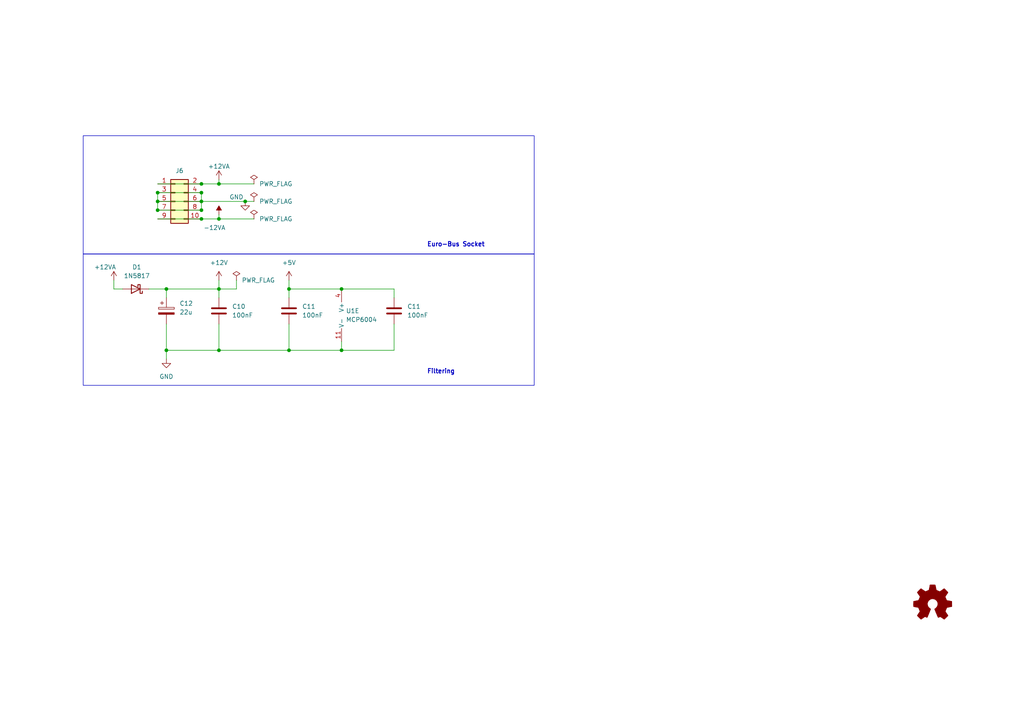
<source format=kicad_sch>
(kicad_sch (version 20230121) (generator eeschema)

  (uuid 27971fb6-2cd8-41b3-b26d-b815ae79df0d)

  (paper "A4")

  (title_block
    (title "LesScope")
    (date "2025-03-20")
    (rev "1.1")
    (company "ImoogDi")
    (comment 1 "CC BY-NC-SA")
  )

  (lib_symbols
    (symbol "Amplifier_Operational:MCP6004" (pin_names (offset 0.127)) (in_bom yes) (on_board yes)
      (property "Reference" "U" (at 0 5.08 0)
        (effects (font (size 1.27 1.27)) (justify left))
      )
      (property "Value" "MCP6004" (at 0 -5.08 0)
        (effects (font (size 1.27 1.27)) (justify left))
      )
      (property "Footprint" "" (at -1.27 2.54 0)
        (effects (font (size 1.27 1.27)) hide)
      )
      (property "Datasheet" "http://ww1.microchip.com/downloads/en/DeviceDoc/21733j.pdf" (at 1.27 5.08 0)
        (effects (font (size 1.27 1.27)) hide)
      )
      (property "ki_locked" "" (at 0 0 0)
        (effects (font (size 1.27 1.27)))
      )
      (property "ki_keywords" "quad opamp" (at 0 0 0)
        (effects (font (size 1.27 1.27)) hide)
      )
      (property "ki_description" "1MHz, Low-Power Op Amp, DIP-14/SOIC-14/TSSOP-14" (at 0 0 0)
        (effects (font (size 1.27 1.27)) hide)
      )
      (property "ki_fp_filters" "SOIC*3.9x8.7mm*P1.27mm* DIP*W7.62mm* TSSOP*4.4x5mm*P0.65mm* SSOP*5.3x6.2mm*P0.65mm* MSOP*3x3mm*P0.5mm*" (at 0 0 0)
        (effects (font (size 1.27 1.27)) hide)
      )
      (symbol "MCP6004_1_1"
        (polyline
          (pts
            (xy -5.08 5.08)
            (xy 5.08 0)
            (xy -5.08 -5.08)
            (xy -5.08 5.08)
          )
          (stroke (width 0.254) (type default))
          (fill (type background))
        )
        (pin output line (at 7.62 0 180) (length 2.54)
          (name "~" (effects (font (size 1.27 1.27))))
          (number "1" (effects (font (size 1.27 1.27))))
        )
        (pin input line (at -7.62 -2.54 0) (length 2.54)
          (name "-" (effects (font (size 1.27 1.27))))
          (number "2" (effects (font (size 1.27 1.27))))
        )
        (pin input line (at -7.62 2.54 0) (length 2.54)
          (name "+" (effects (font (size 1.27 1.27))))
          (number "3" (effects (font (size 1.27 1.27))))
        )
      )
      (symbol "MCP6004_2_1"
        (polyline
          (pts
            (xy -5.08 5.08)
            (xy 5.08 0)
            (xy -5.08 -5.08)
            (xy -5.08 5.08)
          )
          (stroke (width 0.254) (type default))
          (fill (type background))
        )
        (pin input line (at -7.62 2.54 0) (length 2.54)
          (name "+" (effects (font (size 1.27 1.27))))
          (number "5" (effects (font (size 1.27 1.27))))
        )
        (pin input line (at -7.62 -2.54 0) (length 2.54)
          (name "-" (effects (font (size 1.27 1.27))))
          (number "6" (effects (font (size 1.27 1.27))))
        )
        (pin output line (at 7.62 0 180) (length 2.54)
          (name "~" (effects (font (size 1.27 1.27))))
          (number "7" (effects (font (size 1.27 1.27))))
        )
      )
      (symbol "MCP6004_3_1"
        (polyline
          (pts
            (xy -5.08 5.08)
            (xy 5.08 0)
            (xy -5.08 -5.08)
            (xy -5.08 5.08)
          )
          (stroke (width 0.254) (type default))
          (fill (type background))
        )
        (pin input line (at -7.62 2.54 0) (length 2.54)
          (name "+" (effects (font (size 1.27 1.27))))
          (number "10" (effects (font (size 1.27 1.27))))
        )
        (pin output line (at 7.62 0 180) (length 2.54)
          (name "~" (effects (font (size 1.27 1.27))))
          (number "8" (effects (font (size 1.27 1.27))))
        )
        (pin input line (at -7.62 -2.54 0) (length 2.54)
          (name "-" (effects (font (size 1.27 1.27))))
          (number "9" (effects (font (size 1.27 1.27))))
        )
      )
      (symbol "MCP6004_4_1"
        (polyline
          (pts
            (xy -5.08 5.08)
            (xy 5.08 0)
            (xy -5.08 -5.08)
            (xy -5.08 5.08)
          )
          (stroke (width 0.254) (type default))
          (fill (type background))
        )
        (pin input line (at -7.62 2.54 0) (length 2.54)
          (name "+" (effects (font (size 1.27 1.27))))
          (number "12" (effects (font (size 1.27 1.27))))
        )
        (pin input line (at -7.62 -2.54 0) (length 2.54)
          (name "-" (effects (font (size 1.27 1.27))))
          (number "13" (effects (font (size 1.27 1.27))))
        )
        (pin output line (at 7.62 0 180) (length 2.54)
          (name "~" (effects (font (size 1.27 1.27))))
          (number "14" (effects (font (size 1.27 1.27))))
        )
      )
      (symbol "MCP6004_5_1"
        (pin power_in line (at -2.54 -7.62 90) (length 3.81)
          (name "V-" (effects (font (size 1.27 1.27))))
          (number "11" (effects (font (size 1.27 1.27))))
        )
        (pin power_in line (at -2.54 7.62 270) (length 3.81)
          (name "V+" (effects (font (size 1.27 1.27))))
          (number "4" (effects (font (size 1.27 1.27))))
        )
      )
    )
    (symbol "Connector_Generic:Conn_02x05_Odd_Even" (pin_names (offset 1.016) hide) (in_bom yes) (on_board yes)
      (property "Reference" "J" (at 1.27 7.62 0)
        (effects (font (size 1.27 1.27)))
      )
      (property "Value" "Conn_02x05_Odd_Even" (at 1.27 -7.62 0)
        (effects (font (size 1.27 1.27)))
      )
      (property "Footprint" "" (at 0 0 0)
        (effects (font (size 1.27 1.27)) hide)
      )
      (property "Datasheet" "~" (at 0 0 0)
        (effects (font (size 1.27 1.27)) hide)
      )
      (property "ki_keywords" "connector" (at 0 0 0)
        (effects (font (size 1.27 1.27)) hide)
      )
      (property "ki_description" "Generic connector, double row, 02x05, odd/even pin numbering scheme (row 1 odd numbers, row 2 even numbers), script generated (kicad-library-utils/schlib/autogen/connector/)" (at 0 0 0)
        (effects (font (size 1.27 1.27)) hide)
      )
      (property "ki_fp_filters" "Connector*:*_2x??_*" (at 0 0 0)
        (effects (font (size 1.27 1.27)) hide)
      )
      (symbol "Conn_02x05_Odd_Even_1_1"
        (rectangle (start -1.27 -4.953) (end 0 -5.207)
          (stroke (width 0.1524) (type default))
          (fill (type none))
        )
        (rectangle (start -1.27 -2.413) (end 0 -2.667)
          (stroke (width 0.1524) (type default))
          (fill (type none))
        )
        (rectangle (start -1.27 0.127) (end 0 -0.127)
          (stroke (width 0.1524) (type default))
          (fill (type none))
        )
        (rectangle (start -1.27 2.667) (end 0 2.413)
          (stroke (width 0.1524) (type default))
          (fill (type none))
        )
        (rectangle (start -1.27 5.207) (end 0 4.953)
          (stroke (width 0.1524) (type default))
          (fill (type none))
        )
        (rectangle (start -1.27 6.35) (end 3.81 -6.35)
          (stroke (width 0.254) (type default))
          (fill (type background))
        )
        (rectangle (start 3.81 -4.953) (end 2.54 -5.207)
          (stroke (width 0.1524) (type default))
          (fill (type none))
        )
        (rectangle (start 3.81 -2.413) (end 2.54 -2.667)
          (stroke (width 0.1524) (type default))
          (fill (type none))
        )
        (rectangle (start 3.81 0.127) (end 2.54 -0.127)
          (stroke (width 0.1524) (type default))
          (fill (type none))
        )
        (rectangle (start 3.81 2.667) (end 2.54 2.413)
          (stroke (width 0.1524) (type default))
          (fill (type none))
        )
        (rectangle (start 3.81 5.207) (end 2.54 4.953)
          (stroke (width 0.1524) (type default))
          (fill (type none))
        )
        (pin passive line (at -5.08 5.08 0) (length 3.81)
          (name "Pin_1" (effects (font (size 1.27 1.27))))
          (number "1" (effects (font (size 1.27 1.27))))
        )
        (pin passive line (at 7.62 -5.08 180) (length 3.81)
          (name "Pin_10" (effects (font (size 1.27 1.27))))
          (number "10" (effects (font (size 1.27 1.27))))
        )
        (pin passive line (at 7.62 5.08 180) (length 3.81)
          (name "Pin_2" (effects (font (size 1.27 1.27))))
          (number "2" (effects (font (size 1.27 1.27))))
        )
        (pin passive line (at -5.08 2.54 0) (length 3.81)
          (name "Pin_3" (effects (font (size 1.27 1.27))))
          (number "3" (effects (font (size 1.27 1.27))))
        )
        (pin passive line (at 7.62 2.54 180) (length 3.81)
          (name "Pin_4" (effects (font (size 1.27 1.27))))
          (number "4" (effects (font (size 1.27 1.27))))
        )
        (pin passive line (at -5.08 0 0) (length 3.81)
          (name "Pin_5" (effects (font (size 1.27 1.27))))
          (number "5" (effects (font (size 1.27 1.27))))
        )
        (pin passive line (at 7.62 0 180) (length 3.81)
          (name "Pin_6" (effects (font (size 1.27 1.27))))
          (number "6" (effects (font (size 1.27 1.27))))
        )
        (pin passive line (at -5.08 -2.54 0) (length 3.81)
          (name "Pin_7" (effects (font (size 1.27 1.27))))
          (number "7" (effects (font (size 1.27 1.27))))
        )
        (pin passive line (at 7.62 -2.54 180) (length 3.81)
          (name "Pin_8" (effects (font (size 1.27 1.27))))
          (number "8" (effects (font (size 1.27 1.27))))
        )
        (pin passive line (at -5.08 -5.08 0) (length 3.81)
          (name "Pin_9" (effects (font (size 1.27 1.27))))
          (number "9" (effects (font (size 1.27 1.27))))
        )
      )
    )
    (symbol "Diode:1N5817" (pin_numbers hide) (pin_names (offset 1.016) hide) (in_bom yes) (on_board yes)
      (property "Reference" "D" (at 0 2.54 0)
        (effects (font (size 1.27 1.27)))
      )
      (property "Value" "1N5817" (at 0 -2.54 0)
        (effects (font (size 1.27 1.27)))
      )
      (property "Footprint" "Diode_THT:D_DO-41_SOD81_P10.16mm_Horizontal" (at 0 -4.445 0)
        (effects (font (size 1.27 1.27)) hide)
      )
      (property "Datasheet" "http://www.vishay.com/docs/88525/1n5817.pdf" (at 0 0 0)
        (effects (font (size 1.27 1.27)) hide)
      )
      (property "ki_keywords" "diode Schottky" (at 0 0 0)
        (effects (font (size 1.27 1.27)) hide)
      )
      (property "ki_description" "20V 1A Schottky Barrier Rectifier Diode, DO-41" (at 0 0 0)
        (effects (font (size 1.27 1.27)) hide)
      )
      (property "ki_fp_filters" "D*DO?41*" (at 0 0 0)
        (effects (font (size 1.27 1.27)) hide)
      )
      (symbol "1N5817_0_1"
        (polyline
          (pts
            (xy 1.27 0)
            (xy -1.27 0)
          )
          (stroke (width 0) (type default))
          (fill (type none))
        )
        (polyline
          (pts
            (xy 1.27 1.27)
            (xy 1.27 -1.27)
            (xy -1.27 0)
            (xy 1.27 1.27)
          )
          (stroke (width 0.254) (type default))
          (fill (type none))
        )
        (polyline
          (pts
            (xy -1.905 0.635)
            (xy -1.905 1.27)
            (xy -1.27 1.27)
            (xy -1.27 -1.27)
            (xy -0.635 -1.27)
            (xy -0.635 -0.635)
          )
          (stroke (width 0.254) (type default))
          (fill (type none))
        )
      )
      (symbol "1N5817_1_1"
        (pin passive line (at -3.81 0 0) (length 2.54)
          (name "K" (effects (font (size 1.27 1.27))))
          (number "1" (effects (font (size 1.27 1.27))))
        )
        (pin passive line (at 3.81 0 180) (length 2.54)
          (name "A" (effects (font (size 1.27 1.27))))
          (number "2" (effects (font (size 1.27 1.27))))
        )
      )
    )
    (symbol "Graphic:Logo_Open_Hardware_Small" (in_bom no) (on_board no)
      (property "Reference" "#SYM" (at 0 6.985 0)
        (effects (font (size 1.27 1.27)) hide)
      )
      (property "Value" "Logo_Open_Hardware_Small" (at 0 -5.715 0)
        (effects (font (size 1.27 1.27)) hide)
      )
      (property "Footprint" "" (at 0 0 0)
        (effects (font (size 1.27 1.27)) hide)
      )
      (property "Datasheet" "~" (at 0 0 0)
        (effects (font (size 1.27 1.27)) hide)
      )
      (property "Sim.Enable" "0" (at 0 0 0)
        (effects (font (size 1.27 1.27)) hide)
      )
      (property "ki_keywords" "Logo" (at 0 0 0)
        (effects (font (size 1.27 1.27)) hide)
      )
      (property "ki_description" "Open Hardware logo, small" (at 0 0 0)
        (effects (font (size 1.27 1.27)) hide)
      )
      (symbol "Logo_Open_Hardware_Small_0_1"
        (polyline
          (pts
            (xy 3.3528 -4.3434)
            (xy 3.302 -4.318)
            (xy 3.175 -4.2418)
            (xy 2.9972 -4.1148)
            (xy 2.7686 -3.9624)
            (xy 2.54 -3.81)
            (xy 2.3622 -3.7084)
            (xy 2.2352 -3.6068)
            (xy 2.1844 -3.5814)
            (xy 2.159 -3.6068)
            (xy 2.0574 -3.6576)
            (xy 1.905 -3.7338)
            (xy 1.8034 -3.7846)
            (xy 1.6764 -3.8354)
            (xy 1.6002 -3.8354)
            (xy 1.6002 -3.8354)
            (xy 1.5494 -3.7338)
            (xy 1.4732 -3.5306)
            (xy 1.3462 -3.302)
            (xy 1.2446 -3.0226)
            (xy 1.1176 -2.7178)
            (xy 0.9652 -2.413)
            (xy 0.8636 -2.1082)
            (xy 0.7366 -1.8288)
            (xy 0.6604 -1.6256)
            (xy 0.6096 -1.4732)
            (xy 0.5842 -1.397)
            (xy 0.5842 -1.397)
            (xy 0.6604 -1.3208)
            (xy 0.7874 -1.2446)
            (xy 1.0414 -1.016)
            (xy 1.2954 -0.6858)
            (xy 1.4478 -0.3302)
            (xy 1.524 0.0762)
            (xy 1.4732 0.4572)
            (xy 1.3208 0.8128)
            (xy 1.0668 1.143)
            (xy 0.762 1.3716)
            (xy 0.4064 1.524)
            (xy 0 1.5748)
            (xy -0.381 1.5494)
            (xy -0.7366 1.397)
            (xy -1.0668 1.143)
            (xy -1.2192 0.9906)
            (xy -1.397 0.6604)
            (xy -1.524 0.3048)
            (xy -1.524 0.2286)
            (xy -1.4986 -0.1778)
            (xy -1.397 -0.5334)
            (xy -1.1938 -0.8636)
            (xy -0.9144 -1.143)
            (xy -0.8636 -1.1684)
            (xy -0.7366 -1.27)
            (xy -0.635 -1.3462)
            (xy -0.5842 -1.397)
            (xy -1.0668 -2.5908)
            (xy -1.143 -2.794)
            (xy -1.2954 -3.1242)
            (xy -1.397 -3.4036)
            (xy -1.4986 -3.6322)
            (xy -1.5748 -3.7846)
            (xy -1.6002 -3.8354)
            (xy -1.6002 -3.8354)
            (xy -1.651 -3.8354)
            (xy -1.7272 -3.81)
            (xy -1.905 -3.7338)
            (xy -2.0066 -3.683)
            (xy -2.1336 -3.6068)
            (xy -2.2098 -3.5814)
            (xy -2.2606 -3.6068)
            (xy -2.3622 -3.683)
            (xy -2.54 -3.81)
            (xy -2.7686 -3.9624)
            (xy -2.9718 -4.0894)
            (xy -3.1496 -4.2164)
            (xy -3.302 -4.318)
            (xy -3.3528 -4.3434)
            (xy -3.3782 -4.3434)
            (xy -3.429 -4.318)
            (xy -3.5306 -4.2164)
            (xy -3.7084 -4.064)
            (xy -3.937 -3.8354)
            (xy -3.9624 -3.81)
            (xy -4.1656 -3.6068)
            (xy -4.318 -3.4544)
            (xy -4.4196 -3.3274)
            (xy -4.445 -3.2766)
            (xy -4.445 -3.2766)
            (xy -4.4196 -3.2258)
            (xy -4.318 -3.0734)
            (xy -4.2164 -2.8956)
            (xy -4.064 -2.667)
            (xy -3.6576 -2.0828)
            (xy -3.8862 -1.5494)
            (xy -3.937 -1.3716)
            (xy -4.0386 -1.1684)
            (xy -4.0894 -1.0414)
            (xy -4.1148 -0.9652)
            (xy -4.191 -0.9398)
            (xy -4.318 -0.9144)
            (xy -4.5466 -0.8636)
            (xy -4.8006 -0.8128)
            (xy -5.0546 -0.7874)
            (xy -5.2578 -0.7366)
            (xy -5.4356 -0.7112)
            (xy -5.5118 -0.6858)
            (xy -5.5118 -0.6858)
            (xy -5.5372 -0.635)
            (xy -5.5372 -0.5588)
            (xy -5.5372 -0.4318)
            (xy -5.5626 -0.2286)
            (xy -5.5626 0.0762)
            (xy -5.5626 0.127)
            (xy -5.5372 0.4064)
            (xy -5.5372 0.635)
            (xy -5.5372 0.762)
            (xy -5.5372 0.8382)
            (xy -5.5372 0.8382)
            (xy -5.461 0.8382)
            (xy -5.3086 0.889)
            (xy -5.08 0.9144)
            (xy -4.826 0.9652)
            (xy -4.8006 0.9906)
            (xy -4.5466 1.0414)
            (xy -4.318 1.0668)
            (xy -4.1656 1.1176)
            (xy -4.0894 1.143)
            (xy -4.0894 1.143)
            (xy -4.0386 1.2446)
            (xy -3.9624 1.4224)
            (xy -3.8608 1.6256)
            (xy -3.7846 1.8288)
            (xy -3.7084 2.0066)
            (xy -3.6576 2.159)
            (xy -3.6322 2.2098)
            (xy -3.6322 2.2098)
            (xy -3.683 2.286)
            (xy -3.7592 2.413)
            (xy -3.8862 2.5908)
            (xy -4.064 2.8194)
            (xy -4.064 2.8448)
            (xy -4.2164 3.0734)
            (xy -4.3434 3.2512)
            (xy -4.4196 3.3782)
            (xy -4.445 3.4544)
            (xy -4.445 3.4544)
            (xy -4.3942 3.5052)
            (xy -4.2926 3.6322)
            (xy -4.1148 3.81)
            (xy -3.937 4.0132)
            (xy -3.8608 4.064)
            (xy -3.6576 4.2926)
            (xy -3.5052 4.4196)
            (xy -3.4036 4.4958)
            (xy -3.3528 4.5212)
            (xy -3.3528 4.5212)
            (xy -3.302 4.4704)
            (xy -3.1496 4.3688)
            (xy -2.9718 4.2418)
            (xy -2.7432 4.0894)
            (xy -2.7178 4.0894)
            (xy -2.4892 3.937)
            (xy -2.3114 3.81)
            (xy -2.1844 3.7084)
            (xy -2.1336 3.683)
            (xy -2.1082 3.683)
            (xy -2.032 3.7084)
            (xy -1.8542 3.7592)
            (xy -1.6764 3.8354)
            (xy -1.4732 3.937)
            (xy -1.27 4.0132)
            (xy -1.143 4.064)
            (xy -1.0668 4.1148)
            (xy -1.0668 4.1148)
            (xy -1.0414 4.191)
            (xy -1.016 4.3434)
            (xy -0.9652 4.572)
            (xy -0.9144 4.8514)
            (xy -0.889 4.9022)
            (xy -0.8382 5.1562)
            (xy -0.8128 5.3848)
            (xy -0.7874 5.5372)
            (xy -0.762 5.588)
            (xy -0.7112 5.6134)
            (xy -0.5842 5.6134)
            (xy -0.4064 5.6134)
            (xy -0.1524 5.6134)
            (xy 0.0762 5.6134)
            (xy 0.3302 5.6134)
            (xy 0.5334 5.6134)
            (xy 0.6858 5.588)
            (xy 0.7366 5.588)
            (xy 0.7366 5.588)
            (xy 0.762 5.5118)
            (xy 0.8128 5.334)
            (xy 0.8382 5.1054)
            (xy 0.9144 4.826)
            (xy 0.9144 4.7752)
            (xy 0.9652 4.5212)
            (xy 1.016 4.2926)
            (xy 1.0414 4.1402)
            (xy 1.0668 4.0894)
            (xy 1.0668 4.0894)
            (xy 1.1938 4.0386)
            (xy 1.3716 3.9624)
            (xy 1.5748 3.8608)
            (xy 2.0828 3.6576)
            (xy 2.7178 4.0894)
            (xy 2.7686 4.1402)
            (xy 2.9972 4.2926)
            (xy 3.175 4.4196)
            (xy 3.302 4.4958)
            (xy 3.3782 4.5212)
            (xy 3.3782 4.5212)
            (xy 3.429 4.4704)
            (xy 3.556 4.3434)
            (xy 3.7338 4.191)
            (xy 3.9116 3.9878)
            (xy 4.064 3.8354)
            (xy 4.2418 3.6576)
            (xy 4.3434 3.556)
            (xy 4.4196 3.4798)
            (xy 4.4196 3.429)
            (xy 4.4196 3.4036)
            (xy 4.3942 3.3274)
            (xy 4.2926 3.2004)
            (xy 4.1656 2.9972)
            (xy 4.0132 2.794)
            (xy 3.8862 2.5908)
            (xy 3.7592 2.3876)
            (xy 3.6576 2.2352)
            (xy 3.6322 2.159)
            (xy 3.6322 2.1336)
            (xy 3.683 2.0066)
            (xy 3.7592 1.8288)
            (xy 3.8608 1.6002)
            (xy 4.064 1.1176)
            (xy 4.3942 1.0414)
            (xy 4.5974 1.016)
            (xy 4.8768 0.9652)
            (xy 5.1308 0.9144)
            (xy 5.5372 0.8382)
            (xy 5.5626 -0.6604)
            (xy 5.4864 -0.6858)
            (xy 5.4356 -0.6858)
            (xy 5.2832 -0.7366)
            (xy 5.0546 -0.762)
            (xy 4.8006 -0.8128)
            (xy 4.5974 -0.8636)
            (xy 4.3688 -0.9144)
            (xy 4.2164 -0.9398)
            (xy 4.1402 -0.9398)
            (xy 4.1148 -0.9652)
            (xy 4.064 -1.0668)
            (xy 3.9878 -1.2446)
            (xy 3.9116 -1.4478)
            (xy 3.81 -1.651)
            (xy 3.7338 -1.8542)
            (xy 3.683 -2.0066)
            (xy 3.6576 -2.0828)
            (xy 3.683 -2.1336)
            (xy 3.7846 -2.2606)
            (xy 3.8862 -2.4638)
            (xy 4.0386 -2.667)
            (xy 4.191 -2.8956)
            (xy 4.318 -3.0734)
            (xy 4.3942 -3.2004)
            (xy 4.445 -3.2766)
            (xy 4.4196 -3.3274)
            (xy 4.3434 -3.429)
            (xy 4.1656 -3.5814)
            (xy 3.937 -3.8354)
            (xy 3.8862 -3.8608)
            (xy 3.683 -4.064)
            (xy 3.5306 -4.2164)
            (xy 3.4036 -4.318)
            (xy 3.3528 -4.3434)
          )
          (stroke (width 0) (type default))
          (fill (type outline))
        )
      )
    )
    (symbol "Library:C" (pin_numbers hide) (pin_names (offset 0.254)) (in_bom yes) (on_board yes)
      (property "Reference" "C" (at 0.635 2.54 0)
        (effects (font (size 1.27 1.27)) (justify left))
      )
      (property "Value" "C" (at 0.635 -2.54 0)
        (effects (font (size 1.27 1.27)) (justify left))
      )
      (property "Footprint" "" (at 0.9652 -3.81 0)
        (effects (font (size 1.27 1.27)) hide)
      )
      (property "Datasheet" "~" (at 0 0 0)
        (effects (font (size 1.27 1.27)) hide)
      )
      (property "ki_keywords" "cap capacitor" (at 0 0 0)
        (effects (font (size 1.27 1.27)) hide)
      )
      (property "ki_description" "Unpolarized capacitor" (at 0 0 0)
        (effects (font (size 1.27 1.27)) hide)
      )
      (property "ki_fp_filters" "C_*" (at 0 0 0)
        (effects (font (size 1.27 1.27)) hide)
      )
      (symbol "C_0_1"
        (polyline
          (pts
            (xy -2.032 -0.762)
            (xy 2.032 -0.762)
          )
          (stroke (width 0.508) (type default))
          (fill (type none))
        )
        (polyline
          (pts
            (xy -2.032 0.762)
            (xy 2.032 0.762)
          )
          (stroke (width 0.508) (type default))
          (fill (type none))
        )
      )
      (symbol "C_1_1"
        (pin passive line (at 0 3.81 270) (length 2.794)
          (name "~" (effects (font (size 1.27 1.27))))
          (number "1" (effects (font (size 1.27 1.27))))
        )
        (pin passive line (at 0 -3.81 90) (length 2.794)
          (name "~" (effects (font (size 1.27 1.27))))
          (number "2" (effects (font (size 1.27 1.27))))
        )
      )
    )
    (symbol "Library:C_Polarized" (pin_numbers hide) (pin_names (offset 0.254)) (in_bom yes) (on_board yes)
      (property "Reference" "C" (at 0.635 2.54 0)
        (effects (font (size 1.27 1.27)) (justify left))
      )
      (property "Value" "C_Polarized" (at 0.635 -2.54 0)
        (effects (font (size 1.27 1.27)) (justify left))
      )
      (property "Footprint" "" (at 0.9652 -3.81 0)
        (effects (font (size 1.27 1.27)) hide)
      )
      (property "Datasheet" "~" (at 0 0 0)
        (effects (font (size 1.27 1.27)) hide)
      )
      (property "ki_keywords" "cap capacitor" (at 0 0 0)
        (effects (font (size 1.27 1.27)) hide)
      )
      (property "ki_description" "Polarized capacitor" (at 0 0 0)
        (effects (font (size 1.27 1.27)) hide)
      )
      (property "ki_fp_filters" "CP_*" (at 0 0 0)
        (effects (font (size 1.27 1.27)) hide)
      )
      (symbol "C_Polarized_0_1"
        (rectangle (start -2.286 0.508) (end 2.286 1.016)
          (stroke (width 0) (type default))
          (fill (type none))
        )
        (polyline
          (pts
            (xy -1.778 2.286)
            (xy -0.762 2.286)
          )
          (stroke (width 0) (type default))
          (fill (type none))
        )
        (polyline
          (pts
            (xy -1.27 2.794)
            (xy -1.27 1.778)
          )
          (stroke (width 0) (type default))
          (fill (type none))
        )
        (rectangle (start 2.286 -0.508) (end -2.286 -1.016)
          (stroke (width 0) (type default))
          (fill (type outline))
        )
      )
      (symbol "C_Polarized_1_1"
        (pin passive line (at 0 3.81 270) (length 2.794)
          (name "~" (effects (font (size 1.27 1.27))))
          (number "1" (effects (font (size 1.27 1.27))))
        )
        (pin passive line (at 0 -3.81 90) (length 2.794)
          (name "~" (effects (font (size 1.27 1.27))))
          (number "2" (effects (font (size 1.27 1.27))))
        )
      )
    )
    (symbol "power:+12V" (power) (pin_names (offset 0)) (in_bom yes) (on_board yes)
      (property "Reference" "#PWR" (at 0 -3.81 0)
        (effects (font (size 1.27 1.27)) hide)
      )
      (property "Value" "+12V" (at 0 3.556 0)
        (effects (font (size 1.27 1.27)))
      )
      (property "Footprint" "" (at 0 0 0)
        (effects (font (size 1.27 1.27)) hide)
      )
      (property "Datasheet" "" (at 0 0 0)
        (effects (font (size 1.27 1.27)) hide)
      )
      (property "ki_keywords" "global power" (at 0 0 0)
        (effects (font (size 1.27 1.27)) hide)
      )
      (property "ki_description" "Power symbol creates a global label with name \"+12V\"" (at 0 0 0)
        (effects (font (size 1.27 1.27)) hide)
      )
      (symbol "+12V_0_1"
        (polyline
          (pts
            (xy -0.762 1.27)
            (xy 0 2.54)
          )
          (stroke (width 0) (type default))
          (fill (type none))
        )
        (polyline
          (pts
            (xy 0 0)
            (xy 0 2.54)
          )
          (stroke (width 0) (type default))
          (fill (type none))
        )
        (polyline
          (pts
            (xy 0 2.54)
            (xy 0.762 1.27)
          )
          (stroke (width 0) (type default))
          (fill (type none))
        )
      )
      (symbol "+12V_1_1"
        (pin power_in line (at 0 0 90) (length 0) hide
          (name "+12V" (effects (font (size 1.27 1.27))))
          (number "1" (effects (font (size 1.27 1.27))))
        )
      )
    )
    (symbol "power:+12VA" (power) (pin_names (offset 0)) (in_bom yes) (on_board yes)
      (property "Reference" "#PWR" (at 0 -3.81 0)
        (effects (font (size 1.27 1.27)) hide)
      )
      (property "Value" "+12VA" (at 0 3.556 0)
        (effects (font (size 1.27 1.27)))
      )
      (property "Footprint" "" (at 0 0 0)
        (effects (font (size 1.27 1.27)) hide)
      )
      (property "Datasheet" "" (at 0 0 0)
        (effects (font (size 1.27 1.27)) hide)
      )
      (property "ki_keywords" "global power" (at 0 0 0)
        (effects (font (size 1.27 1.27)) hide)
      )
      (property "ki_description" "Power symbol creates a global label with name \"+12VA\"" (at 0 0 0)
        (effects (font (size 1.27 1.27)) hide)
      )
      (symbol "+12VA_0_1"
        (polyline
          (pts
            (xy -0.762 1.27)
            (xy 0 2.54)
          )
          (stroke (width 0) (type default))
          (fill (type none))
        )
        (polyline
          (pts
            (xy 0 0)
            (xy 0 2.54)
          )
          (stroke (width 0) (type default))
          (fill (type none))
        )
        (polyline
          (pts
            (xy 0 2.54)
            (xy 0.762 1.27)
          )
          (stroke (width 0) (type default))
          (fill (type none))
        )
      )
      (symbol "+12VA_1_1"
        (pin power_in line (at 0 0 90) (length 0) hide
          (name "+12VA" (effects (font (size 1.27 1.27))))
          (number "1" (effects (font (size 1.27 1.27))))
        )
      )
    )
    (symbol "power:+5V" (power) (pin_names (offset 0)) (in_bom yes) (on_board yes)
      (property "Reference" "#PWR" (at 0 -3.81 0)
        (effects (font (size 1.27 1.27)) hide)
      )
      (property "Value" "+5V" (at 0 3.556 0)
        (effects (font (size 1.27 1.27)))
      )
      (property "Footprint" "" (at 0 0 0)
        (effects (font (size 1.27 1.27)) hide)
      )
      (property "Datasheet" "" (at 0 0 0)
        (effects (font (size 1.27 1.27)) hide)
      )
      (property "ki_keywords" "global power" (at 0 0 0)
        (effects (font (size 1.27 1.27)) hide)
      )
      (property "ki_description" "Power symbol creates a global label with name \"+5V\"" (at 0 0 0)
        (effects (font (size 1.27 1.27)) hide)
      )
      (symbol "+5V_0_1"
        (polyline
          (pts
            (xy -0.762 1.27)
            (xy 0 2.54)
          )
          (stroke (width 0) (type default))
          (fill (type none))
        )
        (polyline
          (pts
            (xy 0 0)
            (xy 0 2.54)
          )
          (stroke (width 0) (type default))
          (fill (type none))
        )
        (polyline
          (pts
            (xy 0 2.54)
            (xy 0.762 1.27)
          )
          (stroke (width 0) (type default))
          (fill (type none))
        )
      )
      (symbol "+5V_1_1"
        (pin power_in line (at 0 0 90) (length 0) hide
          (name "+5V" (effects (font (size 1.27 1.27))))
          (number "1" (effects (font (size 1.27 1.27))))
        )
      )
    )
    (symbol "power:-12VA" (power) (pin_names (offset 0)) (in_bom yes) (on_board yes)
      (property "Reference" "#PWR" (at 0 -3.81 0)
        (effects (font (size 1.27 1.27)) hide)
      )
      (property "Value" "-12VA" (at 0 3.556 0)
        (effects (font (size 1.27 1.27)))
      )
      (property "Footprint" "" (at 0 0 0)
        (effects (font (size 1.27 1.27)) hide)
      )
      (property "Datasheet" "" (at 0 0 0)
        (effects (font (size 1.27 1.27)) hide)
      )
      (property "ki_keywords" "global power" (at 0 0 0)
        (effects (font (size 1.27 1.27)) hide)
      )
      (property "ki_description" "Power symbol creates a global label with name \"-12VA\"" (at 0 0 0)
        (effects (font (size 1.27 1.27)) hide)
      )
      (symbol "-12VA_0_0"
        (pin power_in line (at 0 0 90) (length 0) hide
          (name "-12VA" (effects (font (size 1.27 1.27))))
          (number "1" (effects (font (size 1.27 1.27))))
        )
      )
      (symbol "-12VA_0_1"
        (polyline
          (pts
            (xy 0 0)
            (xy 0 1.27)
            (xy 0.762 1.27)
            (xy 0 2.54)
            (xy -0.762 1.27)
            (xy 0 1.27)
          )
          (stroke (width 0) (type default))
          (fill (type outline))
        )
      )
    )
    (symbol "power:GND" (power) (pin_names (offset 0)) (in_bom yes) (on_board yes)
      (property "Reference" "#PWR" (at 0 -6.35 0)
        (effects (font (size 1.27 1.27)) hide)
      )
      (property "Value" "GND" (at 0 -3.81 0)
        (effects (font (size 1.27 1.27)))
      )
      (property "Footprint" "" (at 0 0 0)
        (effects (font (size 1.27 1.27)) hide)
      )
      (property "Datasheet" "" (at 0 0 0)
        (effects (font (size 1.27 1.27)) hide)
      )
      (property "ki_keywords" "global power" (at 0 0 0)
        (effects (font (size 1.27 1.27)) hide)
      )
      (property "ki_description" "Power symbol creates a global label with name \"GND\" , ground" (at 0 0 0)
        (effects (font (size 1.27 1.27)) hide)
      )
      (symbol "GND_0_1"
        (polyline
          (pts
            (xy 0 0)
            (xy 0 -1.27)
            (xy 1.27 -1.27)
            (xy 0 -2.54)
            (xy -1.27 -1.27)
            (xy 0 -1.27)
          )
          (stroke (width 0) (type default))
          (fill (type none))
        )
      )
      (symbol "GND_1_1"
        (pin power_in line (at 0 0 270) (length 0) hide
          (name "GND" (effects (font (size 1.27 1.27))))
          (number "1" (effects (font (size 1.27 1.27))))
        )
      )
    )
    (symbol "power:PWR_FLAG" (power) (pin_numbers hide) (pin_names (offset 0) hide) (in_bom yes) (on_board yes)
      (property "Reference" "#FLG" (at 0 1.905 0)
        (effects (font (size 1.27 1.27)) hide)
      )
      (property "Value" "PWR_FLAG" (at 0 3.81 0)
        (effects (font (size 1.27 1.27)))
      )
      (property "Footprint" "" (at 0 0 0)
        (effects (font (size 1.27 1.27)) hide)
      )
      (property "Datasheet" "~" (at 0 0 0)
        (effects (font (size 1.27 1.27)) hide)
      )
      (property "ki_keywords" "flag power" (at 0 0 0)
        (effects (font (size 1.27 1.27)) hide)
      )
      (property "ki_description" "Special symbol for telling ERC where power comes from" (at 0 0 0)
        (effects (font (size 1.27 1.27)) hide)
      )
      (symbol "PWR_FLAG_0_0"
        (pin power_out line (at 0 0 90) (length 0)
          (name "pwr" (effects (font (size 1.27 1.27))))
          (number "1" (effects (font (size 1.27 1.27))))
        )
      )
      (symbol "PWR_FLAG_0_1"
        (polyline
          (pts
            (xy 0 0)
            (xy 0 1.27)
            (xy -1.016 1.905)
            (xy 0 2.54)
            (xy 1.016 1.905)
            (xy 0 1.27)
          )
          (stroke (width 0) (type default))
          (fill (type none))
        )
      )
    )
  )

  (junction (at 83.82 83.82) (diameter 0) (color 0 0 0 0)
    (uuid 0317f31f-a789-45d4-8118-c9b6b81c905d)
  )
  (junction (at 48.26 83.82) (diameter 0) (color 0 0 0 0)
    (uuid 0ad6aeb9-ed05-470f-b424-5f0f0bf9466b)
  )
  (junction (at 63.5 101.6) (diameter 0) (color 0 0 0 0)
    (uuid 16c58dba-f6af-4348-a74a-e76725bbbfd3)
  )
  (junction (at 63.5 63.5) (diameter 0) (color 0 0 0 0)
    (uuid 21010774-3620-4be0-aab4-2799970a26e5)
  )
  (junction (at 45.72 58.42) (diameter 0) (color 0 0 0 0)
    (uuid 3918bf3e-3088-402b-92cd-7fdcb9aa442b)
  )
  (junction (at 83.82 101.6) (diameter 0) (color 0 0 0 0)
    (uuid 46bc1bdd-34de-44cc-a24e-b81da0d3f029)
  )
  (junction (at 48.26 101.6) (diameter 0) (color 0 0 0 0)
    (uuid 53f93b82-7951-46b8-ba10-1bb23ffa1a94)
  )
  (junction (at 58.42 53.34) (diameter 0) (color 0 0 0 0)
    (uuid 5841e65b-569f-40b1-9727-50b62f4c2082)
  )
  (junction (at 63.5 83.82) (diameter 0) (color 0 0 0 0)
    (uuid 5c6c65ce-73c9-4f0a-80b0-f27ed6afa6b4)
  )
  (junction (at 45.72 55.88) (diameter 0) (color 0 0 0 0)
    (uuid 69ae3db3-add3-42c2-b271-956f66db9a18)
  )
  (junction (at 58.42 63.5) (diameter 0) (color 0 0 0 0)
    (uuid 789e92d9-6c01-4e59-abdd-3199c43cf302)
  )
  (junction (at 58.42 58.42) (diameter 0) (color 0 0 0 0)
    (uuid a9b67d4e-89ac-4575-b9b1-f18bfd584d51)
  )
  (junction (at 45.72 60.96) (diameter 0) (color 0 0 0 0)
    (uuid ae1eae02-b09e-4853-8a43-7e424482f5e0)
  )
  (junction (at 58.42 55.88) (diameter 0) (color 0 0 0 0)
    (uuid b0a28abc-f217-4da5-930d-572cd5828c7f)
  )
  (junction (at 99.06 101.6) (diameter 0) (color 0 0 0 0)
    (uuid b2a7b548-db61-4a54-aa86-9df2a5708658)
  )
  (junction (at 99.06 83.82) (diameter 0) (color 0 0 0 0)
    (uuid b8970088-12e3-4d8e-b3d3-15df59181d4e)
  )
  (junction (at 63.5 53.34) (diameter 0) (color 0 0 0 0)
    (uuid dd5ba3ec-2620-4aa7-85fe-1b9154fe7b63)
  )
  (junction (at 58.42 60.96) (diameter 0) (color 0 0 0 0)
    (uuid dfc2f773-57f5-4563-88b6-2f430bd8accd)
  )
  (junction (at 71.12 58.42) (diameter 0) (color 0 0 0 0)
    (uuid fe931b76-c553-49bc-b948-ce19f64f2f43)
  )

  (wire (pts (xy 48.26 83.82) (xy 63.5 83.82))
    (stroke (width 0) (type default))
    (uuid 08051d43-3c46-4780-b0ce-dc8361dd241f)
  )
  (wire (pts (xy 68.58 81.28) (xy 68.58 83.82))
    (stroke (width 0) (type default))
    (uuid 09008412-cbc2-4de0-afe5-24b3421ef7c4)
  )
  (wire (pts (xy 99.06 99.06) (xy 99.06 101.6))
    (stroke (width 0) (type default))
    (uuid 0ee80a2f-b57c-4dac-882e-bd847581f4d0)
  )
  (wire (pts (xy 99.06 101.6) (xy 114.3 101.6))
    (stroke (width 0) (type default))
    (uuid 116ad346-0ff7-4c04-8fa2-9e72c1fbeab4)
  )
  (wire (pts (xy 48.26 101.6) (xy 48.26 104.14))
    (stroke (width 0) (type default))
    (uuid 14f6956e-2134-4f4a-ba3f-4327336ee0d4)
  )
  (wire (pts (xy 63.5 83.82) (xy 68.58 83.82))
    (stroke (width 0) (type default))
    (uuid 154d5dcf-6cd3-4e77-83fb-f593dc05f44f)
  )
  (wire (pts (xy 45.72 58.42) (xy 45.72 60.96))
    (stroke (width 0) (type default))
    (uuid 1f316d4a-7814-400e-9dac-0ebba67a0749)
  )
  (wire (pts (xy 99.06 83.82) (xy 114.3 83.82))
    (stroke (width 0) (type default))
    (uuid 2ef5984e-16ef-4fa7-9dc3-8b05f7d46b76)
  )
  (wire (pts (xy 83.82 81.28) (xy 83.82 83.82))
    (stroke (width 0) (type default))
    (uuid 3c9e94d0-7ab1-4c69-8ce2-1cc6c7973a13)
  )
  (wire (pts (xy 63.5 53.34) (xy 73.66 53.34))
    (stroke (width 0) (type default))
    (uuid 3d6c8ac3-085f-4001-9146-6a022a6c1772)
  )
  (wire (pts (xy 58.42 55.88) (xy 58.42 58.42))
    (stroke (width 0) (type default))
    (uuid 43f4840d-009e-4efa-a6ce-b3da7456f9ce)
  )
  (wire (pts (xy 114.3 93.98) (xy 114.3 101.6))
    (stroke (width 0) (type default))
    (uuid 4cb11932-3c71-428a-bece-9f5a7db3331f)
  )
  (wire (pts (xy 63.5 52.07) (xy 63.5 53.34))
    (stroke (width 0) (type default))
    (uuid 5861353b-f416-4bb9-8df0-8f696efd279d)
  )
  (wire (pts (xy 63.5 93.98) (xy 63.5 101.6))
    (stroke (width 0) (type default))
    (uuid 6287a981-d3f4-4e4e-b7af-498faa5c9510)
  )
  (wire (pts (xy 45.72 53.34) (xy 58.42 53.34))
    (stroke (width 0) (type default))
    (uuid 66ae8e9e-43b7-41ad-abb7-7933a95b39c9)
  )
  (wire (pts (xy 58.42 53.34) (xy 63.5 53.34))
    (stroke (width 0) (type default))
    (uuid 67eca1ae-e226-4bc2-9a8c-c32d308e5b54)
  )
  (wire (pts (xy 43.18 83.82) (xy 48.26 83.82))
    (stroke (width 0) (type default))
    (uuid 69869e06-bc85-4560-b9ca-418509f890e2)
  )
  (wire (pts (xy 45.72 63.5) (xy 58.42 63.5))
    (stroke (width 0) (type default))
    (uuid 6a470de7-da65-486d-bea6-8a3d3596c6a0)
  )
  (wire (pts (xy 63.5 101.6) (xy 83.82 101.6))
    (stroke (width 0) (type default))
    (uuid 6ae15007-ba15-43b7-a4be-9709516fd822)
  )
  (wire (pts (xy 83.82 83.82) (xy 99.06 83.82))
    (stroke (width 0) (type default))
    (uuid 6e91507b-5066-4dfb-8b83-5e0090240024)
  )
  (wire (pts (xy 63.5 62.23) (xy 63.5 63.5))
    (stroke (width 0) (type default))
    (uuid 6f02a3ed-5bb1-4e22-b71c-c01d5904c365)
  )
  (wire (pts (xy 58.42 58.42) (xy 71.12 58.42))
    (stroke (width 0) (type default))
    (uuid 6fba4756-310b-44cd-84e9-81984fffde7b)
  )
  (wire (pts (xy 45.72 60.96) (xy 58.42 60.96))
    (stroke (width 0) (type default))
    (uuid 78142f7d-41b6-437a-9d61-5013c5896a48)
  )
  (wire (pts (xy 45.72 55.88) (xy 45.72 58.42))
    (stroke (width 0) (type default))
    (uuid 87241b80-c6b0-428e-a76d-b32332c4fa81)
  )
  (wire (pts (xy 45.72 55.88) (xy 58.42 55.88))
    (stroke (width 0) (type default))
    (uuid 9a933ca2-7e65-4f27-9d66-0be02c8b6ba4)
  )
  (wire (pts (xy 48.26 93.98) (xy 48.26 101.6))
    (stroke (width 0) (type default))
    (uuid a85378b3-3623-4bb6-9a1d-f4999730f57b)
  )
  (wire (pts (xy 114.3 86.36) (xy 114.3 83.82))
    (stroke (width 0) (type default))
    (uuid b5415123-6630-48eb-9e10-ce19c8136a72)
  )
  (wire (pts (xy 63.5 63.5) (xy 73.66 63.5))
    (stroke (width 0) (type default))
    (uuid bc0bc487-7d08-4b1c-b765-c00c0fc516dd)
  )
  (wire (pts (xy 33.02 81.28) (xy 33.02 83.82))
    (stroke (width 0) (type default))
    (uuid c145ee00-1942-43ab-93a4-74acea14879b)
  )
  (wire (pts (xy 48.26 86.36) (xy 48.26 83.82))
    (stroke (width 0) (type default))
    (uuid d1ec8286-471d-428d-bae0-16e22714bcfd)
  )
  (wire (pts (xy 58.42 63.5) (xy 63.5 63.5))
    (stroke (width 0) (type default))
    (uuid d6f15ed0-27b6-49c7-8e33-26869d004e35)
  )
  (wire (pts (xy 35.56 83.82) (xy 33.02 83.82))
    (stroke (width 0) (type default))
    (uuid d9537dbc-5401-409e-a14a-24cffed3773e)
  )
  (wire (pts (xy 63.5 81.28) (xy 63.5 83.82))
    (stroke (width 0) (type default))
    (uuid e30174e4-680c-4fdb-acf8-624447a009cf)
  )
  (wire (pts (xy 48.26 101.6) (xy 63.5 101.6))
    (stroke (width 0) (type default))
    (uuid e49ed702-1760-4b0c-80a7-f48a9a99cb9f)
  )
  (wire (pts (xy 83.82 93.98) (xy 83.82 101.6))
    (stroke (width 0) (type default))
    (uuid e719e830-5f85-4991-b217-73860dbb3c9a)
  )
  (wire (pts (xy 83.82 83.82) (xy 83.82 86.36))
    (stroke (width 0) (type default))
    (uuid e8701eea-dc0b-41c2-b081-33a0a327f66a)
  )
  (wire (pts (xy 58.42 58.42) (xy 58.42 60.96))
    (stroke (width 0) (type default))
    (uuid ed83f7a2-612d-46cf-8fab-ae98cff9c3b4)
  )
  (wire (pts (xy 45.72 58.42) (xy 58.42 58.42))
    (stroke (width 0) (type default))
    (uuid ef1c968b-2c5f-4be7-b713-148cfe48342a)
  )
  (wire (pts (xy 63.5 86.36) (xy 63.5 83.82))
    (stroke (width 0) (type default))
    (uuid f075f0df-d5a9-42b9-bbdd-cfe94e42141c)
  )
  (wire (pts (xy 83.82 101.6) (xy 99.06 101.6))
    (stroke (width 0) (type default))
    (uuid fd53944c-34c7-4e04-bbcd-63fbd1de7251)
  )
  (wire (pts (xy 71.12 58.42) (xy 73.66 58.42))
    (stroke (width 0) (type default))
    (uuid fd9a3645-1a4d-4aab-9fd9-ccb7b00821a7)
  )

  (rectangle (start 24.13 39.37) (end 154.94 73.66)
    (stroke (width 0) (type default))
    (fill (type none))
    (uuid 20d27ea2-5c11-4134-b10c-814e7161b179)
  )
  (rectangle (start 24.13 73.66) (end 154.94 111.76)
    (stroke (width 0) (type default))
    (fill (type none))
    (uuid 5ef3a741-e4a0-46c0-b529-0b318e128764)
  )

  (text "Filtering" (at 123.825 108.585 0)
    (effects (font (size 1.27 1.27) (thickness 0.254) bold) (justify left bottom))
    (uuid 1f7bdfb9-6707-40a6-8206-02cb00dd0f92)
  )
  (text "Euro-Bus Socket" (at 123.825 71.755 0)
    (effects (font (size 1.27 1.27) (thickness 0.254) bold) (justify left bottom))
    (uuid cb0ccc41-23e5-48bd-af69-7abefb2378b6)
  )

  (symbol (lib_id "power:GND") (at 71.12 58.42 0) (unit 1)
    (in_bom yes) (on_board yes) (dnp no)
    (uuid 0dd12cd4-0e5a-4f2f-9919-c7026818e5c3)
    (property "Reference" "#PWR09" (at 71.12 64.77 0)
      (effects (font (size 1.27 1.27)) hide)
    )
    (property "Value" "GND" (at 68.58 57.15 0)
      (effects (font (size 1.27 1.27)))
    )
    (property "Footprint" "" (at 71.12 58.42 0)
      (effects (font (size 1.27 1.27)) hide)
    )
    (property "Datasheet" "" (at 71.12 58.42 0)
      (effects (font (size 1.27 1.27)) hide)
    )
    (pin "1" (uuid 6d47cb4f-7e0b-410c-8991-7f420f497d1b))
    (instances
      (project "LesScope"
        (path "/8afbb998-7d16-4281-9dd9-09fb779c43d4/a58b06a3-b348-4449-a54e-43011ac017d3"
          (reference "#PWR09") (unit 1)
        )
      )
    )
  )

  (symbol (lib_id "power:+12VA") (at 63.5 52.07 0) (unit 1)
    (in_bom yes) (on_board yes) (dnp no)
    (uuid 1941906a-1c1a-45a9-8ec3-7ac4ac132ec8)
    (property "Reference" "#PWR073" (at 63.5 55.88 0)
      (effects (font (size 1.27 1.27)) hide)
    )
    (property "Value" "+12VA" (at 63.5 48.26 0)
      (effects (font (size 1.27 1.27)))
    )
    (property "Footprint" "" (at 63.5 52.07 0)
      (effects (font (size 1.27 1.27)) hide)
    )
    (property "Datasheet" "" (at 63.5 52.07 0)
      (effects (font (size 1.27 1.27)) hide)
    )
    (pin "1" (uuid 75b3944c-154d-4887-9670-41164a641dad))
    (instances
      (project "2MoreVO"
        (path "/7f4ad635-7798-4811-9504-264912179fa8/47676206-afab-4329-a14a-86427698d55b"
          (reference "#PWR073") (unit 1)
        )
      )
      (project "LesScope"
        (path "/8afbb998-7d16-4281-9dd9-09fb779c43d4/a58b06a3-b348-4449-a54e-43011ac017d3"
          (reference "#PWR06") (unit 1)
        )
      )
    )
  )

  (symbol (lib_id "power:+5V") (at 83.82 81.28 0) (unit 1)
    (in_bom yes) (on_board yes) (dnp no) (fields_autoplaced)
    (uuid 59e636b8-f86d-4908-ab42-4dc6cdb6ccb0)
    (property "Reference" "#PWR010" (at 83.82 85.09 0)
      (effects (font (size 1.27 1.27)) hide)
    )
    (property "Value" "+5V" (at 83.82 76.2 0)
      (effects (font (size 1.27 1.27)))
    )
    (property "Footprint" "" (at 83.82 81.28 0)
      (effects (font (size 1.27 1.27)) hide)
    )
    (property "Datasheet" "" (at 83.82 81.28 0)
      (effects (font (size 1.27 1.27)) hide)
    )
    (pin "1" (uuid 94c6ebec-8201-4205-a222-d61733ecd236))
    (instances
      (project "LesScope"
        (path "/8afbb998-7d16-4281-9dd9-09fb779c43d4/a58b06a3-b348-4449-a54e-43011ac017d3"
          (reference "#PWR010") (unit 1)
        )
      )
    )
  )

  (symbol (lib_id "Connector_Generic:Conn_02x05_Odd_Even") (at 50.8 58.42 0) (unit 1)
    (in_bom yes) (on_board yes) (dnp no)
    (uuid 5a09b856-7726-4408-b12f-41f5806e26b9)
    (property "Reference" "J6" (at 52.07 49.53 0)
      (effects (font (size 1.27 1.27)))
    )
    (property "Value" "Conn_02x05_Odd_Even" (at 52.07 49.53 0)
      (effects (font (size 1.27 1.27)) hide)
    )
    (property "Footprint" "PCM_4ms_Connector:Pins_2x05_2.54mm_TH_Europower" (at 50.8 58.42 0)
      (effects (font (size 1.27 1.27)) hide)
    )
    (property "Datasheet" "~" (at 50.8 58.42 0)
      (effects (font (size 1.27 1.27)) hide)
    )
    (pin "4" (uuid 18df47d0-d8cd-4b09-a738-96f2610c8290))
    (pin "1" (uuid 3595375d-07d7-4003-994c-0de4431c51a8))
    (pin "2" (uuid 8b278fb4-5e01-4652-8ef7-7fc6ae4365f4))
    (pin "8" (uuid 501126c1-4a48-429c-9d27-200b45b7d567))
    (pin "9" (uuid c72e76b7-40f9-43fa-b001-2199146de385))
    (pin "3" (uuid f9f8f20d-1cb7-446d-b498-d660ffd58e2c))
    (pin "6" (uuid 99049ced-126b-44de-b9b4-5753ff321272))
    (pin "10" (uuid d5135ffa-a89c-4d0f-94d2-17fe73b13b28))
    (pin "7" (uuid 4f974b4c-c00a-41d9-8d44-1762973bd05f))
    (pin "5" (uuid 90cdc270-c84c-4e44-b57c-4cc0ceb6fa36))
    (instances
      (project "LesScope"
        (path "/8afbb998-7d16-4281-9dd9-09fb779c43d4/a58b06a3-b348-4449-a54e-43011ac017d3"
          (reference "J6") (unit 1)
        )
      )
    )
  )

  (symbol (lib_id "Library:C_Polarized") (at 48.26 90.17 0) (unit 1)
    (in_bom yes) (on_board yes) (dnp no) (fields_autoplaced)
    (uuid 700bb4a3-48f3-4fc5-9635-bf725ee4c63d)
    (property "Reference" "C12" (at 52.07 88.011 0)
      (effects (font (size 1.27 1.27)) (justify left))
    )
    (property "Value" "22u" (at 52.07 90.551 0)
      (effects (font (size 1.27 1.27)) (justify left))
    )
    (property "Footprint" "Capacitor_THT:CP_Radial_D5.0mm_P2.50mm" (at 49.2252 93.98 0)
      (effects (font (size 1.27 1.27)) hide)
    )
    (property "Datasheet" "~" (at 48.26 90.17 0)
      (effects (font (size 1.27 1.27)) hide)
    )
    (pin "1" (uuid 7944541e-f184-4231-ae10-a58ccc25975d))
    (pin "2" (uuid ee7ae4ab-ff05-4166-be38-93db39a41a36))
    (instances
      (project "2MoreVO"
        (path "/7f4ad635-7798-4811-9504-264912179fa8/47676206-afab-4329-a14a-86427698d55b"
          (reference "C12") (unit 1)
        )
      )
      (project "LesScope"
        (path "/8afbb998-7d16-4281-9dd9-09fb779c43d4/a58b06a3-b348-4449-a54e-43011ac017d3"
          (reference "C3") (unit 1)
        )
      )
    )
  )

  (symbol (lib_id "power:-12VA") (at 63.5 62.23 0) (unit 1)
    (in_bom yes) (on_board yes) (dnp no)
    (uuid 70b10870-9b0b-4283-a6dc-062821258316)
    (property "Reference" "#PWR068" (at 63.5 66.04 0)
      (effects (font (size 1.27 1.27)) hide)
    )
    (property "Value" "-12VA" (at 62.23 66.04 0)
      (effects (font (size 1.27 1.27)))
    )
    (property "Footprint" "" (at 63.5 62.23 0)
      (effects (font (size 1.27 1.27)) hide)
    )
    (property "Datasheet" "" (at 63.5 62.23 0)
      (effects (font (size 1.27 1.27)) hide)
    )
    (pin "1" (uuid 9d7a9a20-8d18-4684-a4d6-46b7373d8bca))
    (instances
      (project "2MoreVO"
        (path "/7f4ad635-7798-4811-9504-264912179fa8/47676206-afab-4329-a14a-86427698d55b"
          (reference "#PWR068") (unit 1)
        )
      )
      (project "LesScope"
        (path "/8afbb998-7d16-4281-9dd9-09fb779c43d4/a58b06a3-b348-4449-a54e-43011ac017d3"
          (reference "#PWR07") (unit 1)
        )
      )
    )
  )

  (symbol (lib_id "power:PWR_FLAG") (at 73.66 63.5 0) (unit 1)
    (in_bom yes) (on_board yes) (dnp no)
    (uuid 7a682513-8bc1-497d-9ad7-a46575075b09)
    (property "Reference" "#FLG03" (at 73.66 61.595 0)
      (effects (font (size 1.27 1.27)) hide)
    )
    (property "Value" "PWR_FLAG" (at 80.01 63.5 0)
      (effects (font (size 1.27 1.27)))
    )
    (property "Footprint" "" (at 73.66 63.5 0)
      (effects (font (size 1.27 1.27)) hide)
    )
    (property "Datasheet" "~" (at 73.66 63.5 0)
      (effects (font (size 1.27 1.27)) hide)
    )
    (pin "1" (uuid 684fd1fa-880c-4743-a466-ed11db4d33cd))
    (instances
      (project "2MoreVO"
        (path "/7f4ad635-7798-4811-9504-264912179fa8/47676206-afab-4329-a14a-86427698d55b"
          (reference "#FLG03") (unit 1)
        )
      )
      (project "LesScope"
        (path "/8afbb998-7d16-4281-9dd9-09fb779c43d4/a58b06a3-b348-4449-a54e-43011ac017d3"
          (reference "#FLG04") (unit 1)
        )
      )
      (project "2MoreVO_Motherboard_test"
        (path "/a3a69d0b-0aae-47cd-87f6-ad3f11131d3d"
          (reference "#FLG01") (unit 1)
        )
      )
    )
  )

  (symbol (lib_id "Library:C") (at 63.5 90.17 0) (unit 1)
    (in_bom yes) (on_board yes) (dnp no) (fields_autoplaced)
    (uuid 908be36e-48c9-4f02-b8c7-4ff3d8192eea)
    (property "Reference" "C10" (at 67.31 88.9 0)
      (effects (font (size 1.27 1.27)) (justify left))
    )
    (property "Value" "100nF" (at 67.31 91.44 0)
      (effects (font (size 1.27 1.27)) (justify left))
    )
    (property "Footprint" "Capacitor_THT:C_Disc_D3.0mm_W1.6mm_P2.50mm" (at 64.4652 93.98 0)
      (effects (font (size 1.27 1.27)) hide)
    )
    (property "Datasheet" "~" (at 63.5 90.17 0)
      (effects (font (size 1.27 1.27)) hide)
    )
    (pin "2" (uuid 02ec0b98-b145-46d4-b0d8-751e506e2511))
    (pin "1" (uuid 2a4172e8-c212-403a-ba52-73d9079d0fb8))
    (instances
      (project "2MoreVO"
        (path "/7f4ad635-7798-4811-9504-264912179fa8/47676206-afab-4329-a14a-86427698d55b"
          (reference "C10") (unit 1)
        )
      )
      (project "LesScope"
        (path "/8afbb998-7d16-4281-9dd9-09fb779c43d4/a58b06a3-b348-4449-a54e-43011ac017d3"
          (reference "C4") (unit 1)
        )
      )
      (project "2MoreVO_Motherboard_test"
        (path "/a3a69d0b-0aae-47cd-87f6-ad3f11131d3d"
          (reference "C5") (unit 1)
        )
      )
    )
  )

  (symbol (lib_id "Library:C") (at 114.3 90.17 0) (unit 1)
    (in_bom yes) (on_board yes) (dnp no) (fields_autoplaced)
    (uuid 9ce3a62e-c6a7-45e2-840f-06336b5c2f4d)
    (property "Reference" "C11" (at 118.11 88.9 0)
      (effects (font (size 1.27 1.27)) (justify left))
    )
    (property "Value" "100nF" (at 118.11 91.44 0)
      (effects (font (size 1.27 1.27)) (justify left))
    )
    (property "Footprint" "Capacitor_THT:C_Disc_D3.0mm_W1.6mm_P2.50mm" (at 115.2652 93.98 0)
      (effects (font (size 1.27 1.27)) hide)
    )
    (property "Datasheet" "~" (at 114.3 90.17 0)
      (effects (font (size 1.27 1.27)) hide)
    )
    (pin "2" (uuid 725d9af7-f09a-4a28-9bfc-9339c13c9dc0))
    (pin "1" (uuid 4ccba01d-63f5-4e3c-b3b0-5135035677c3))
    (instances
      (project "2MoreVO"
        (path "/7f4ad635-7798-4811-9504-264912179fa8/47676206-afab-4329-a14a-86427698d55b"
          (reference "C11") (unit 1)
        )
      )
      (project "LesScope"
        (path "/8afbb998-7d16-4281-9dd9-09fb779c43d4/a58b06a3-b348-4449-a54e-43011ac017d3"
          (reference "C6") (unit 1)
        )
      )
      (project "2MoreVO_Motherboard_test"
        (path "/a3a69d0b-0aae-47cd-87f6-ad3f11131d3d"
          (reference "C5") (unit 1)
        )
      )
    )
  )

  (symbol (lib_id "power:PWR_FLAG") (at 73.66 58.42 0) (unit 1)
    (in_bom yes) (on_board yes) (dnp no)
    (uuid a3b783c1-69c0-4786-8c65-eb3c9b9494ae)
    (property "Reference" "#FLG02" (at 73.66 56.515 0)
      (effects (font (size 1.27 1.27)) hide)
    )
    (property "Value" "PWR_FLAG" (at 80.01 58.42 0)
      (effects (font (size 1.27 1.27)))
    )
    (property "Footprint" "" (at 73.66 58.42 0)
      (effects (font (size 1.27 1.27)) hide)
    )
    (property "Datasheet" "~" (at 73.66 58.42 0)
      (effects (font (size 1.27 1.27)) hide)
    )
    (pin "1" (uuid a7275afa-37ba-403e-9772-60614d5443c1))
    (instances
      (project "2MoreVO"
        (path "/7f4ad635-7798-4811-9504-264912179fa8/47676206-afab-4329-a14a-86427698d55b"
          (reference "#FLG02") (unit 1)
        )
      )
      (project "LesScope"
        (path "/8afbb998-7d16-4281-9dd9-09fb779c43d4/a58b06a3-b348-4449-a54e-43011ac017d3"
          (reference "#FLG03") (unit 1)
        )
      )
      (project "2MoreVO_Motherboard_test"
        (path "/a3a69d0b-0aae-47cd-87f6-ad3f11131d3d"
          (reference "#FLG01") (unit 1)
        )
      )
    )
  )

  (symbol (lib_id "power:PWR_FLAG") (at 68.58 81.28 0) (unit 1)
    (in_bom yes) (on_board yes) (dnp no)
    (uuid cb610048-63ff-44e7-adb2-c00cdfe039ac)
    (property "Reference" "#FLG03" (at 68.58 79.375 0)
      (effects (font (size 1.27 1.27)) hide)
    )
    (property "Value" "PWR_FLAG" (at 74.93 81.28 0)
      (effects (font (size 1.27 1.27)))
    )
    (property "Footprint" "" (at 68.58 81.28 0)
      (effects (font (size 1.27 1.27)) hide)
    )
    (property "Datasheet" "~" (at 68.58 81.28 0)
      (effects (font (size 1.27 1.27)) hide)
    )
    (pin "1" (uuid 78eae788-a3be-4b6b-b67e-f02e9b9d2274))
    (instances
      (project "2MoreVO"
        (path "/7f4ad635-7798-4811-9504-264912179fa8/47676206-afab-4329-a14a-86427698d55b"
          (reference "#FLG03") (unit 1)
        )
      )
      (project "LesScope"
        (path "/8afbb998-7d16-4281-9dd9-09fb779c43d4/a58b06a3-b348-4449-a54e-43011ac017d3"
          (reference "#FLG01") (unit 1)
        )
      )
      (project "2MoreVO_Motherboard_test"
        (path "/a3a69d0b-0aae-47cd-87f6-ad3f11131d3d"
          (reference "#FLG01") (unit 1)
        )
      )
    )
  )

  (symbol (lib_id "Library:C") (at 83.82 90.17 0) (unit 1)
    (in_bom yes) (on_board yes) (dnp no) (fields_autoplaced)
    (uuid d8756e5a-9cc1-40af-8aef-559c84df69f9)
    (property "Reference" "C11" (at 87.63 88.9 0)
      (effects (font (size 1.27 1.27)) (justify left))
    )
    (property "Value" "100nF" (at 87.63 91.44 0)
      (effects (font (size 1.27 1.27)) (justify left))
    )
    (property "Footprint" "Capacitor_THT:C_Disc_D3.0mm_W1.6mm_P2.50mm" (at 84.7852 93.98 0)
      (effects (font (size 1.27 1.27)) hide)
    )
    (property "Datasheet" "~" (at 83.82 90.17 0)
      (effects (font (size 1.27 1.27)) hide)
    )
    (pin "2" (uuid a2d496ad-bc08-4516-a19f-5d639fa8a943))
    (pin "1" (uuid 85e4fb5e-1d5e-40eb-bcf8-b6240faa8625))
    (instances
      (project "2MoreVO"
        (path "/7f4ad635-7798-4811-9504-264912179fa8/47676206-afab-4329-a14a-86427698d55b"
          (reference "C11") (unit 1)
        )
      )
      (project "LesScope"
        (path "/8afbb998-7d16-4281-9dd9-09fb779c43d4/a58b06a3-b348-4449-a54e-43011ac017d3"
          (reference "C5") (unit 1)
        )
      )
      (project "2MoreVO_Motherboard_test"
        (path "/a3a69d0b-0aae-47cd-87f6-ad3f11131d3d"
          (reference "C5") (unit 1)
        )
      )
    )
  )

  (symbol (lib_id "Amplifier_Operational:MCP6004") (at 101.6 91.44 0) (unit 5)
    (in_bom yes) (on_board yes) (dnp no) (fields_autoplaced)
    (uuid dc51c722-bd7f-425a-83af-d1dd29bc54d1)
    (property "Reference" "U1" (at 100.33 90.17 0)
      (effects (font (size 1.27 1.27)) (justify left))
    )
    (property "Value" "MCP6004" (at 100.33 92.71 0)
      (effects (font (size 1.27 1.27)) (justify left))
    )
    (property "Footprint" "Package_DIP:DIP-14_W7.62mm" (at 100.33 88.9 0)
      (effects (font (size 1.27 1.27)) hide)
    )
    (property "Datasheet" "http://ww1.microchip.com/downloads/en/DeviceDoc/21733j.pdf" (at 102.87 86.36 0)
      (effects (font (size 1.27 1.27)) hide)
    )
    (pin "1" (uuid 473b5ec0-1056-4706-a45e-9a548e31e50a))
    (pin "11" (uuid 705422d5-d8bc-40a8-8611-d799915997c6))
    (pin "14" (uuid d768e914-a976-43ae-9d0a-49dbd2b9bc29))
    (pin "5" (uuid 2f6ee125-5d82-45a6-a599-ef4af9fc5e4f))
    (pin "12" (uuid 692d8b6d-e647-474a-a302-1de856f72710))
    (pin "6" (uuid 5dc7fcb0-08b5-4cab-8a3d-b92a0a7ce1c9))
    (pin "3" (uuid e4f1fa1b-55a8-41da-ae69-507486da9f05))
    (pin "9" (uuid 7c1fa807-e708-4b4b-8ad8-d144731c93cd))
    (pin "13" (uuid e3f13899-8670-4310-b789-7717164f496e))
    (pin "4" (uuid 46efae5f-259b-4be0-82f8-e6629b691de5))
    (pin "10" (uuid 3c4fd8ec-0a41-40b9-bc65-5c9ebce0446c))
    (pin "2" (uuid 15ef5ee7-bcea-4dc7-b112-c1d70bf83acc))
    (pin "7" (uuid 1283ae9f-cb0d-4893-a684-9e6c600d095f))
    (pin "8" (uuid 07c6b93e-81d9-4217-8f89-ad0c5c6b5e32))
    (instances
      (project "LesScope"
        (path "/8afbb998-7d16-4281-9dd9-09fb779c43d4/7ece734a-f1c4-44ad-8ccb-a25d3c268fc5"
          (reference "U1") (unit 5)
        )
        (path "/8afbb998-7d16-4281-9dd9-09fb779c43d4/a58b06a3-b348-4449-a54e-43011ac017d3"
          (reference "U1") (unit 5)
        )
      )
    )
  )

  (symbol (lib_id "power:+12V") (at 63.5 81.28 0) (unit 1)
    (in_bom yes) (on_board yes) (dnp no) (fields_autoplaced)
    (uuid e44ae04e-2e87-4ee3-87aa-cad58f31ba10)
    (property "Reference" "#PWR08" (at 63.5 85.09 0)
      (effects (font (size 1.27 1.27)) hide)
    )
    (property "Value" "+12V" (at 63.5 76.2 0)
      (effects (font (size 1.27 1.27)))
    )
    (property "Footprint" "" (at 63.5 81.28 0)
      (effects (font (size 1.27 1.27)) hide)
    )
    (property "Datasheet" "" (at 63.5 81.28 0)
      (effects (font (size 1.27 1.27)) hide)
    )
    (pin "1" (uuid 2581e2d8-4510-48e9-a75f-7345e5dcf7af))
    (instances
      (project "LesScope"
        (path "/8afbb998-7d16-4281-9dd9-09fb779c43d4/a58b06a3-b348-4449-a54e-43011ac017d3"
          (reference "#PWR08") (unit 1)
        )
      )
    )
  )

  (symbol (lib_id "Diode:1N5817") (at 39.37 83.82 180) (unit 1)
    (in_bom yes) (on_board yes) (dnp no) (fields_autoplaced)
    (uuid e9471dbd-47fe-45ed-9f6b-94fd7c7f8c48)
    (property "Reference" "D1" (at 39.6875 77.47 0)
      (effects (font (size 1.27 1.27)))
    )
    (property "Value" "1N5817" (at 39.6875 80.01 0)
      (effects (font (size 1.27 1.27)))
    )
    (property "Footprint" "Diode_THT:D_DO-41_SOD81_P7.62mm_Horizontal" (at 39.37 79.375 0)
      (effects (font (size 1.27 1.27)) hide)
    )
    (property "Datasheet" "http://www.vishay.com/docs/88525/1n5817.pdf" (at 39.37 83.82 0)
      (effects (font (size 1.27 1.27)) hide)
    )
    (pin "2" (uuid 40e1d649-79a3-43b0-ac25-60f2e9971c8f))
    (pin "1" (uuid 3ebafae4-cda1-4020-bbc8-efba4c64c588))
    (instances
      (project "LesScope"
        (path "/8afbb998-7d16-4281-9dd9-09fb779c43d4/a58b06a3-b348-4449-a54e-43011ac017d3"
          (reference "D1") (unit 1)
        )
      )
    )
  )

  (symbol (lib_id "power:PWR_FLAG") (at 73.66 53.34 0) (unit 1)
    (in_bom yes) (on_board yes) (dnp no)
    (uuid ef258b3e-c0a4-4045-b963-1093e9ef9e91)
    (property "Reference" "#FLG01" (at 73.66 51.435 0)
      (effects (font (size 1.27 1.27)) hide)
    )
    (property "Value" "PWR_FLAG" (at 80.01 53.34 0)
      (effects (font (size 1.27 1.27)))
    )
    (property "Footprint" "" (at 73.66 53.34 0)
      (effects (font (size 1.27 1.27)) hide)
    )
    (property "Datasheet" "~" (at 73.66 53.34 0)
      (effects (font (size 1.27 1.27)) hide)
    )
    (pin "1" (uuid 44e10a6d-72c3-4201-a440-1265ba174159))
    (instances
      (project "2MoreVO"
        (path "/7f4ad635-7798-4811-9504-264912179fa8/47676206-afab-4329-a14a-86427698d55b"
          (reference "#FLG01") (unit 1)
        )
      )
      (project "LesScope"
        (path "/8afbb998-7d16-4281-9dd9-09fb779c43d4/a58b06a3-b348-4449-a54e-43011ac017d3"
          (reference "#FLG02") (unit 1)
        )
      )
      (project "2MoreVO_Motherboard_test"
        (path "/a3a69d0b-0aae-47cd-87f6-ad3f11131d3d"
          (reference "#FLG01") (unit 1)
        )
      )
    )
  )

  (symbol (lib_id "power:+12VA") (at 33.02 81.28 0) (unit 1)
    (in_bom yes) (on_board yes) (dnp no)
    (uuid f737794e-39b8-472a-aaa0-4ad976b2c735)
    (property "Reference" "#PWR067" (at 33.02 85.09 0)
      (effects (font (size 1.27 1.27)) hide)
    )
    (property "Value" "+12VA" (at 30.48 77.47 0)
      (effects (font (size 1.27 1.27)))
    )
    (property "Footprint" "" (at 33.02 81.28 0)
      (effects (font (size 1.27 1.27)) hide)
    )
    (property "Datasheet" "" (at 33.02 81.28 0)
      (effects (font (size 1.27 1.27)) hide)
    )
    (pin "1" (uuid 373cfa77-6ed5-479e-91e4-202b03f90497))
    (instances
      (project "2MoreVO"
        (path "/7f4ad635-7798-4811-9504-264912179fa8/47676206-afab-4329-a14a-86427698d55b"
          (reference "#PWR067") (unit 1)
        )
      )
      (project "LesScope"
        (path "/8afbb998-7d16-4281-9dd9-09fb779c43d4/a58b06a3-b348-4449-a54e-43011ac017d3"
          (reference "#PWR04") (unit 1)
        )
      )
    )
  )

  (symbol (lib_id "Graphic:Logo_Open_Hardware_Small") (at 270.51 175.26 0) (unit 1)
    (in_bom no) (on_board no) (dnp no) (fields_autoplaced)
    (uuid fab45ff5-992f-4dad-aaad-e1d728c8b877)
    (property "Reference" "#SYM1" (at 270.51 168.275 0)
      (effects (font (size 1.27 1.27)) hide)
    )
    (property "Value" "Logo_Open_Hardware_Small" (at 270.51 180.975 0)
      (effects (font (size 1.27 1.27)) hide)
    )
    (property "Footprint" "" (at 270.51 175.26 0)
      (effects (font (size 1.27 1.27)) hide)
    )
    (property "Datasheet" "~" (at 270.51 175.26 0)
      (effects (font (size 1.27 1.27)) hide)
    )
    (property "Sim.Enable" "0" (at 270.51 175.26 0)
      (effects (font (size 1.27 1.27)) hide)
    )
    (instances
      (project "LesScope"
        (path "/8afbb998-7d16-4281-9dd9-09fb779c43d4/b8db8617-cc95-40d1-bc8b-68c75cdd91fa"
          (reference "#SYM1") (unit 1)
        )
        (path "/8afbb998-7d16-4281-9dd9-09fb779c43d4/a58b06a3-b348-4449-a54e-43011ac017d3"
          (reference "#SYM3") (unit 1)
        )
      )
    )
  )

  (symbol (lib_id "power:GND") (at 48.26 104.14 0) (unit 1)
    (in_bom yes) (on_board yes) (dnp no) (fields_autoplaced)
    (uuid fdfaf1f0-df22-4921-8c73-1d46102c3539)
    (property "Reference" "#PWR05" (at 48.26 110.49 0)
      (effects (font (size 1.27 1.27)) hide)
    )
    (property "Value" "GND" (at 48.26 109.22 0)
      (effects (font (size 1.27 1.27)))
    )
    (property "Footprint" "" (at 48.26 104.14 0)
      (effects (font (size 1.27 1.27)) hide)
    )
    (property "Datasheet" "" (at 48.26 104.14 0)
      (effects (font (size 1.27 1.27)) hide)
    )
    (pin "1" (uuid 7dd9b115-1191-42c7-b872-a727d9fa6ec1))
    (instances
      (project "LesScope"
        (path "/8afbb998-7d16-4281-9dd9-09fb779c43d4/a58b06a3-b348-4449-a54e-43011ac017d3"
          (reference "#PWR05") (unit 1)
        )
      )
    )
  )
)

</source>
